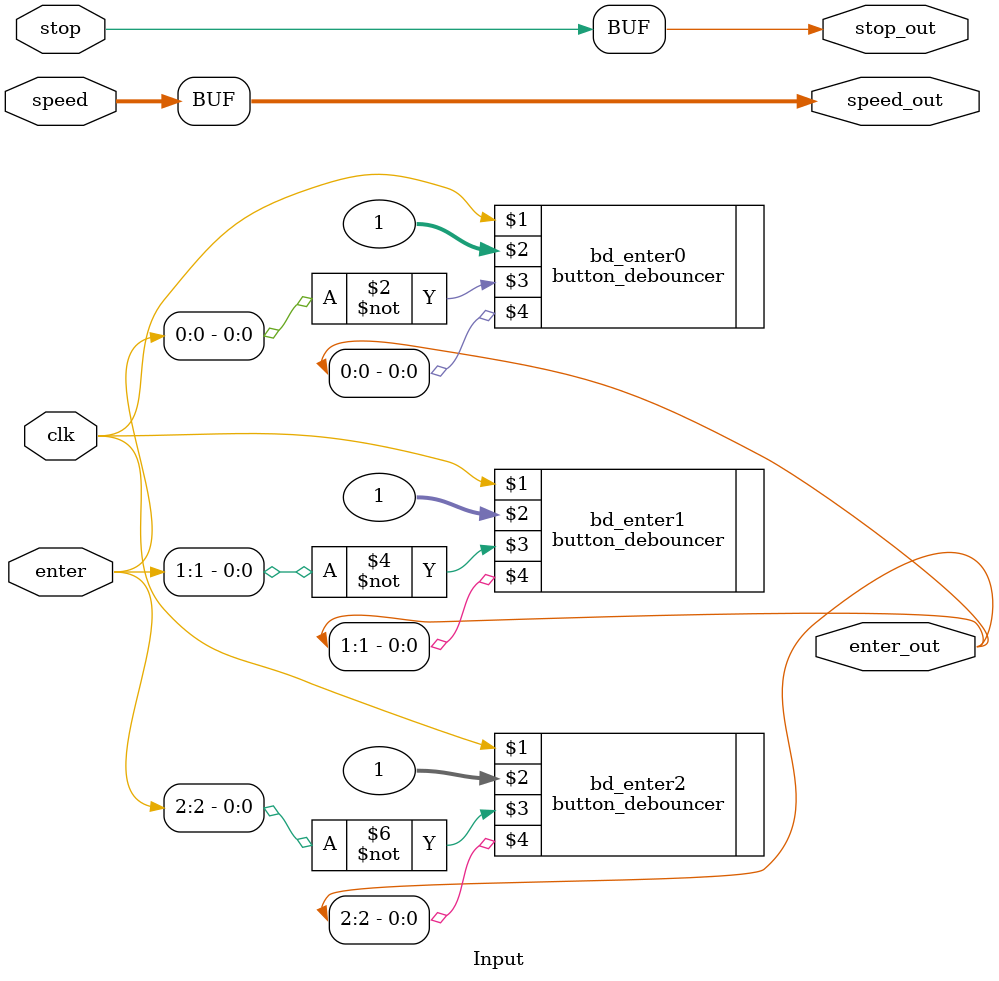
<source format=v>
module Input(enter, speed, stop, enter_out, speed_out, stop_out, clk);

	input [2:0]enter, speed;
	input stop, clk;
	output [2:0]enter_out, speed_out;
	output stop_out;
	
	assign stop_out = stop;
	assign speed_out = speed;
	
	button_debouncer bd_enter0(clk, 1, ~enter[0], enter_out[0]);
	button_debouncer bd_enter1(clk, 1, ~enter[1], enter_out[1]);
	button_debouncer bd_enter2(clk, 1, ~enter[2], enter_out[2]);

endmodule
</source>
